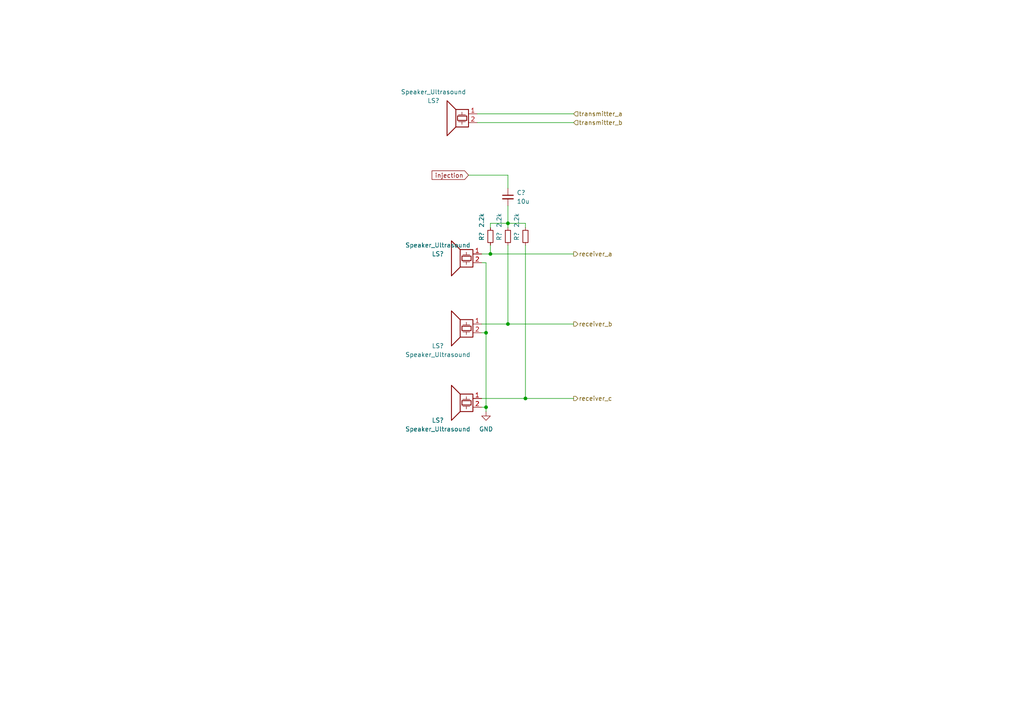
<source format=kicad_sch>
(kicad_sch (version 20211123) (generator eeschema)
  (paper "A4")
  (lib_symbols
    (symbol "Device:C_Small" (pin_numbers hide) (pin_names (offset 0.254) hide)
      (property "Reference" "C" (at 0.254 1.778 0))
      (property "Value" "C_Small" (at 0.254 -2.032 0))
      (symbol "C_Small_0_1"
        (polyline (pts (xy -1.524 -0.508) (xy 1.524 -0.508)) (stroke (width 0.3302)))
        (polyline (pts (xy -1.524 0.508) (xy 1.524 0.508)) (stroke (width 0.3048)))
      )
      (symbol "C_Small_1_1"
        (pin passive line (at 0 2.54 270) (length 2.032) (name "~") (number "1"))
        (pin passive line (at 0 -2.54 90) (length 2.032) (name "~") (number "2"))
      )
    )
    (symbol "Device:R_Small" (pin_numbers hide) (pin_names (offset 0.254) hide)
      (property "Reference" "R" (at 0.762 0.508 0))
      (property "Value" "R_Small" (at 0.762 -1.016 0))
      (symbol "R_Small_0_1"
        (rectangle (start -0.762 1.778) (end 0.762 -1.778) (stroke (width 0.2032)))
      )
      (symbol "R_Small_1_1"
        (pin passive line (at 0 2.54 270) (length 0.762) (name "~") (number "1"))
        (pin passive line (at 0 -2.54 90) (length 0.762) (name "~") (number "2"))
      )
    )
    (symbol "Device:Speaker_Ultrasound" (pin_names (offset 0) hide)
      (property "Reference" "LS" (at 0.635 5.715 0))
      (property "Value" "Speaker_Ultrasound" (at 0.635 3.81 0))
      (symbol "Speaker_Ultrasound_0_0"
        (rectangle (start -2.54 1.27) (end 1.143 -3.81) (stroke (width 0.254)))
        (rectangle (start -2.032 -0.635) (end 0.635 -1.905) (stroke (width 0.254)))
        (polyline (pts (xy -1.651 -2.286) (xy 0.381 -2.286)))
        (polyline (pts (xy -1.651 -0.254) (xy 0.381 -0.254)))
        (polyline (pts (xy -0.635 -2.286) (xy -0.635 -3.048)))
        (polyline (pts (xy -0.635 -0.254) (xy -0.635 0.508)))
        (polyline (pts (xy 1.143 1.27) (xy 3.683 3.81) (xy 3.683 -6.35) (xy 1.143 -3.81)) (stroke (width 0.254)))
      )
      (symbol "Speaker_Ultrasound_1_1"
        (pin input line (at -5.08 0 0) (length 2.54) (name "1") (number "1"))
        (pin input line (at -5.08 -2.54 0) (length 2.54) (name "2") (number "2"))
      )
    )
    (symbol "power:GND" (power) (pin_names (offset 0))
      (property "Value" "GND" (at 0 -3.81 0))
      (symbol "GND_0_1"
        (polyline (pts (xy 0 0) (xy 0 -1.27) (xy 1.27 -1.27) (xy 0 -2.54) (xy -1.27 -1.27) (xy 0 -1.27)))
      )
      (symbol "GND_1_1"
        (pin power_in line (at 0 0 270) (length 0) hide (name "GND") (number "1"))
      )
    )
  )
  (junction (at 152.4 115.57))
  (junction (at 140.97 96.52))
  (junction (at 140.97 118.11))
  (junction (at 147.32 93.98))
  (junction (at 142.24 73.66))
  (junction (at 147.32 64.77))
  (wire (pts (xy 138.43 35.56) (xy 166.37 35.56)))
  (wire (pts (xy 140.97 76.2) (xy 139.7 76.2)))
  (wire (pts (xy 147.32 64.77) (xy 152.4 64.77)))
  (wire (pts (xy 142.24 73.66) (xy 142.24 71.12)))
  (wire (pts (xy 140.97 118.11) (xy 140.97 119.38)))
  (wire (pts (xy 147.32 50.8) (xy 147.32 54.61)))
  (wire (pts (xy 135.89 50.8) (xy 147.32 50.8)))
  (wire (pts (xy 139.7 73.66) (xy 142.24 73.66)))
  (wire (pts (xy 140.97 96.52) (xy 139.7 96.52)))
  (wire (pts (xy 142.24 64.77) (xy 147.32 64.77)))
  (wire (pts (xy 147.32 59.69) (xy 147.32 64.77)))
  (wire (pts (xy 152.4 64.77) (xy 152.4 66.04)))
  (wire (pts (xy 142.24 66.04) (xy 142.24 64.77)))
  (wire (pts (xy 139.7 93.98) (xy 147.32 93.98)))
  (wire (pts (xy 139.7 115.57) (xy 152.4 115.57)))
  (wire (pts (xy 138.43 33.02) (xy 166.37 33.02)))
  (wire (pts (xy 140.97 118.11) (xy 139.7 118.11)))
  (wire (pts (xy 142.24 73.66) (xy 166.37 73.66)))
  (wire (pts (xy 152.4 115.57) (xy 166.37 115.57)))
  (wire (pts (xy 147.32 64.77) (xy 147.32 66.04)))
  (wire (pts (xy 140.97 96.52) (xy 140.97 76.2)))
  (wire (pts (xy 140.97 118.11) (xy 140.97 96.52)))
  (wire (pts (xy 147.32 93.98) (xy 166.37 93.98)))
  (wire (pts (xy 147.32 71.12) (xy 147.32 93.98)))
  (wire (pts (xy 152.4 71.12) (xy 152.4 115.57)))
  (global_label "injection" (shape input) (at 135.89 50.8 180) (property "Intersheet References" "${INTERSHEET_REFS}" (effects hide)))
  (hierarchical_label "transmitter_a" (shape input) (at 166.37 33.02 0))
  (hierarchical_label "receiver_b" (shape output) (at 166.37 93.98 0))
  (hierarchical_label "transmitter_b" (shape input) (at 166.37 35.56 0))
  (hierarchical_label "receiver_a" (shape output) (at 166.37 73.66 0))
  (hierarchical_label "receiver_c" (shape output) (at 166.37 115.57 0))
  (symbol (lib_id "Device:R_Small") (at 142.24 68.58 0) (unit 1)
    (property "Reference" "R?" (at 139.7 69.85 90) (effects (justify left)))
    (property "Value" "2.2k" (at 139.7 66.04 90) (effects (justify left)))
  )
  (symbol (lib_id "Device:R_Small") (at 147.32 68.58 0) (unit 1)
    (property "Reference" "R?" (at 144.78 69.85 90) (effects (justify left)))
    (property "Value" "2.2k" (at 144.78 66.04 90) (effects (justify left)))
  )
  (symbol (lib_id "Device:Speaker_Ultrasound") (at 134.62 93.98 0) (mirror y) (unit 1)
    (property "Reference" "LS?" (at 127 100.33 0))
    (property "Value" "Speaker_Ultrasound" (at 127 102.87 0))
    (property "Footprint" "oe_ultrasonic:GU1007C-40TR" (effects hide))
    (property "Price" "1.27" (effects hide))
    (property "Link" "https://lcsc.com/product-detail/_INGHAi-GU1007C-40TR_C242175.html" (effects hide))
  )
  (symbol (lib_id "Device:Speaker_Ultrasound") (at 134.62 115.57 0) (mirror y) (unit 1)
    (property "Reference" "LS?" (at 127 121.92 0))
    (property "Value" "Speaker_Ultrasound" (at 127 124.46 0))
    (property "Footprint" "oe_ultrasonic:GU1007C-40TR" (effects hide))
    (property "Price" "1.27" (effects hide))
    (property "Link" "https://lcsc.com/product-detail/_INGHAi-GU1007C-40TR_C242175.html" (effects hide))
  )
  (symbol (lib_id "Device:R_Small") (at 152.4 68.58 0) (unit 1)
    (property "Reference" "R?" (at 149.86 69.85 90) (effects (justify left)))
    (property "Value" "2.2k" (at 149.86 66.04 90) (effects (justify left)))
  )
  (symbol (lib_id "Device:C_Small") (at 147.32 57.15 0) (unit 1)
    (property "Reference" "C?" (at 149.86 55.8862 0) (effects (justify left)))
    (property "Value" "10u" (at 149.86 58.4262 0) (effects (justify left)))
  )
  (symbol (lib_id "power:GND") (at 140.97 119.38 0) (mirror y) (unit 1)
    (property "Reference" "#PWR?" (effects hide))
    (property "Value" "GND" (at 140.97 124.46 0))
  )
  (symbol (lib_id "Device:Speaker_Ultrasound") (at 134.62 73.66 0) (mirror y) (unit 1)
    (property "Reference" "LS?" (at 127 73.66 0))
    (property "Value" "Speaker_Ultrasound" (at 127 71.12 0))
    (property "Footprint" "oe_ultrasonic:GU1007C-40TR" (effects hide))
    (property "Price" "1.27" (effects hide))
    (property "Link" "https://lcsc.com/product-detail/_INGHAi-GU1007C-40TR_C242175.html" (effects hide))
  )
  (symbol (lib_id "Device:Speaker_Ultrasound") (at 133.35 33.02 0) (mirror y) (unit 1)
    (property "Reference" "LS?" (at 125.73 29.21 0))
    (property "Value" "Speaker_Ultrasound" (at 125.73 26.67 0))
    (property "Footprint" "oe_ultrasonic:GU1007C-40TR" (effects hide))
    (property "Link" "https://lcsc.com/product-detail/_INGHAi-GU1007C-40TR_C242175.html" (effects hide))
    (property "Price" "1.27" (effects hide))
  )
)
</source>
